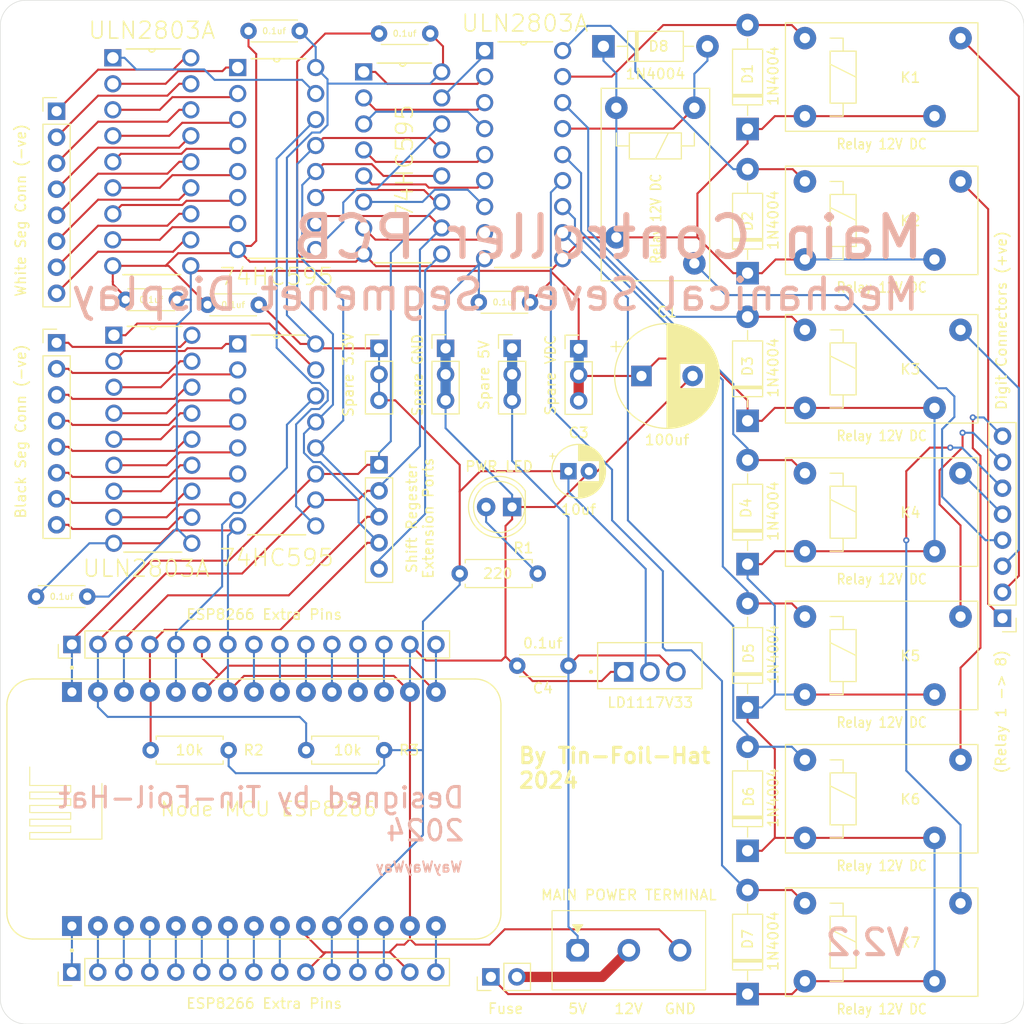
<source format=kicad_pcb>
(kicad_pcb (version 20240108) (generator "pcbnew") (generator_version "8.0")
  (title_block (title "Main Controller for Mechaincal Seven Segment Display") (date "2024-06-24") (rev "4") (company "Tin-Foil-Hat") (comment 1 "Can run up to 8 digits") (comment 2 "Can control up to 8 segment per digit (7seg + 1dp/colon)"))
  (layers (0 "F.Cu" signal) (31 "B.Cu" signal) (34 "B.Paste" user) (35 "F.Paste" user) (36 "B.SilkS" user "B.Silkscreen") (37 "F.SilkS" user "F.Silkscreen") (38 "B.Mask" user) (39 "F.Mask" user) (44 "Edge.Cuts" user))
  (net 0 "")
  (net 1 "Net-(A1B-D7)")
  (net 2 "Net-(A1B-D6)")
  (net 3 "Net-(A1B-D3)")
  (net 4 "GND")
  (net 5 "Net-(A1B-D8)")
  (net 6 "Net-(A1A-SD1)")
  (net 7 "Net-(A1B-D1)")
  (net 8 "Net-(A1B-D10)")
  (net 9 "Net-(J9-Pin_15)")
  (net 10 "Net-(A1A-RST)")
  (net 11 "Net-(A1B-D5)")
  (net 12 "Net-(A1A-VIN)")
  (net 13 "Net-(A1A-SD0)")
  (net 14 "Net-(A1A-RSV1)")
  (net 15 "Net-(A1A-SD2)")
  (net 16 "Net-(A1A-A0)")
  (net 17 "Net-(A1B-D9)")
  (net 18 "Net-(A1A-CLK)")
  (net 19 "Net-(A1A-SD3)")
  (net 20 "Net-(A1A-EN)")
  (net 21 "+3.3V")
  (net 22 "Net-(A1A-RSV2)")
  (net 23 "Net-(A1A-CMD)")
  (net 24 "Net-(A1B-D0)")
  (net 25 "Net-(A1B-D2)")
  (net 26 "Net-(A1B-D4)")
  (net 27 "VDC")
  (net 28 "+5V")
  (net 29 "Net-(D1-A)")
  (net 30 "Net-(D2-A)")
  (net 31 "Net-(D3-A)")
  (net 32 "Net-(D4-A)")
  (net 33 "Net-(D5-A)")
  (net 34 "Net-(D6-A)")
  (net 35 "Net-(D7-A)")
  (net 36 "Net-(D8-A)")
  (net 37 "Net-(D9-A)")
  (net 38 "Net-(J11-Pin_2)")
  (net 39 "Net-(J5-Pin_1)")
  (net 40 "Net-(J5-Pin_8)")
  (net 41 "Net-(J5-Pin_2)")
  (net 42 "Net-(J5-Pin_6)")
  (net 43 "Net-(J5-Pin_3)")
  (net 44 "Net-(J5-Pin_5)")
  (net 45 "Net-(J5-Pin_4)")
  (net 46 "Net-(J5-Pin_7)")
  (net 47 "Net-(J7-Pin_3)")
  (net 48 "Net-(J7-Pin_8)")
  (net 49 "Net-(J7-Pin_1)")
  (net 50 "Net-(J7-Pin_5)")
  (net 51 "Net-(J7-Pin_7)")
  (net 52 "Net-(J7-Pin_4)")
  (net 53 "Net-(J7-Pin_6)")
  (net 54 "Net-(J7-Pin_2)")
  (net 55 "C1")
  (net 56 "D1")
  (net 57 "A1")
  (net 58 "F1")
  (net 59 "G1")
  (net 60 "E1")
  (net 61 "H1")
  (net 62 "B1")
  (net 63 "Net-(J10-Pin_5)")
  (net 64 "Net-(U1-I6)")
  (net 65 "Net-(U1-I3)")
  (net 66 "Net-(U1-I1)")
  (net 67 "Net-(U1-I2)")
  (net 68 "Net-(U1-I4)")
  (net 69 "Net-(U1-I8)")
  (net 70 "Net-(U1-I5)")
  (net 71 "Net-(U1-I7)")
  (net 72 "Net-(U2-QH')")
  (net 73 "Net-(U3-I4)")
  (net 74 "Net-(U3-I6)")
  (net 75 "Net-(U3-I1)")
  (net 76 "Net-(U3-I3)")
  (net 77 "Net-(U3-I2)")
  (net 78 "Net-(U3-I7)")
  (net 79 "Net-(U3-I8)")
  (net 80 "Net-(U3-I5)")
  (net 81 "Net-(U4-QH')")
  (net 82 "Net-(U5-I8)")
  (net 83 "Net-(U5-I1)")
  (net 84 "Net-(U5-I7)")
  (net 85 "Net-(U5-I5)")
  (net 86 "Net-(U5-I2)")
  (net 87 "Net-(U5-I4)")
  (net 88 "Net-(U5-I6)")
  (net 89 "Net-(U5-I3)")
  (footprint "Resistor_THT:R_Axial_DIN0207_L6.3mm_D2.5mm_P7.62mm_Horizontal" (layer "F.Cu") (at 89.88 113.25)
    (property "Reference" "R3")
    (property "Value" "10k")
  )
  (footprint "User_Custom_Footprints:16_Pin_DIL_IC_Socket" (layer "F.Cu") (at 103.12 64.78)
    (property "Reference" "U6" (hide yes))
    (property "Value" "74HC595")
  )
  (footprint "Resistor_THT:R_Axial_DIN0207_L6.3mm_D2.5mm_P7.62mm_Horizontal" (layer "F.Cu") (at 74.69 113.25)
    (property "Reference" "R2")
    (property "Value" "10k")
  )
  (footprint "User_Custom_Footprints:Relay_SPST_Altronics_S4252B" (layer "F.Cu") (at 138.6 86.2)
    (property "Reference" "K4")
    (property "Value" "Relay 12V DC")
  )
  (footprint "User_Custom_Footprints:16_Pin_DIL_IC_Socket" (layer "F.Cu") (at 90.8144 64.3506)
    (property "Reference" "U4" (hide yes))
    (property "Value" "74HC595")
  )
  (footprint "Capacitor_THT:C_Disc_D4.3mm_W1.9mm_P5.00mm" (layer "F.Cu") (at 72.25 69.25)
    (property "Reference" "C6" (hide yes))
    (property "Value" "0.1uf" (hide yes))
  )
  (footprint "User_Custom_Footprints:3_Way_Screw_Terminal_Altronics_(P2033B)" (layer "F.Cu") (at 121.4 132.8)
    (property "Reference" "J11" (hide yes))
    (property "Value" "MAIN POWER TERMINAL")
  )
  (footprint "User_Custom_Footprints:18_Pin_DIL_IC_Socket" (layer "F.Cu") (at 78.62 63.4)
    (property "Reference" "U3" (hide yes))
    (property "Value" "ULN2803A")
  )
  (footprint "Diode_THT:D_DO-41_SOD81_P10.16mm_Horizontal" (layer "F.Cu") (at 133 81.08 90)
    (property "Reference" "D3")
    (property "Value" "1N4004" (hide yes))
  )
  (footprint "" (layer "F.Cu") (at 64.5 44.5)
    (property "Reference" "")
    (property "Value" "")
  )
  (footprint "Connector_PinHeader_2.54mm:PinHeader_1x02_P2.54mm_Vertical" (layer "F.Cu") (at 107.925 135.4 90)
    (property "Reference" "F1" (hide yes))
    (property "Value" "Fuse")
  )
  (footprint "User_Custom_Footprints:Relay_SPST_Altronics_S4252B" (layer "F.Cu") (at 138.6 57.7)
    (property "Reference" "K2")
    (property "Value" "Relay 12V DC")
  )
  (footprint "Diode_THT:D_DO-41_SOD81_P10.16mm_Horizontal" (layer "F.Cu") (at 133 95.08 90)
    (property "Reference" "D4")
    (property "Value" "1N4004" (hide yes))
  )
  (footprint "" (layer "F.Cu") (at 126 87.5)
    (property "Reference" "")
    (property "Value" "")
  )
  (footprint "LD1117V33:TO255P1020X450X1968-3" (layer "F.Cu") (at 123.45 105)
    (property "Reference" "U7" (hide yes))
    (property "Value" "LD1117V33")
  )
  (footprint "ESP8266 NodeMCU:SEEED_113990105" (layer "F.Cu") (at 84.78 119 90)
    (property "Reference" "A1" (hide yes))
    (property "Value" "Node MCU ESP8266")
  )
  (footprint "Connector_PinHeader_2.54mm:PinHeader_1x08_P2.54mm_Vertical" (layer "F.Cu") (at 157.9 100.36 180)
    (property "Reference" "J8" (hide yes))
    (property "Value" "Digit Connectors (+ve)")
  )
  (footprint "Connector_PinHeader_2.54mm:PinHeader_1x03_P2.54mm_Vertical" (layer "F.Cu") (at 97 74)
    (property "Reference" "J4" (hide yes))
    (property "Value" "Spare 3.3V")
  )
  (footprint "Capacitor_THT:CP_Radial_D5.0mm_P2.00mm" (layer "F.Cu") (at 115.5 86)
    (property "Reference" "C3")
    (property "Value" "10uf")
  )
  (footprint "Connector_PinHeader_2.54mm:PinHeader_1x15_P2.54mm_Vertical" (layer "F.Cu") (at 67 102.93 90)
    (property "Reference" "J9" (hide yes))
    (property "Value" "ESP8266 Extra Pins")
  )
  (footprint "User_Custom_Footprints:18_Pin_DIL_IC_Socket" (layer "F.Cu") (at 78.72 90.5)
    (property "Reference" "U1" (hide yes))
    (property "Value" "ULN2803A")
  )
  (footprint "Connector_PinHeader_2.54mm:PinHeader_1x05_P2.54mm_Vertical" (layer "F.Cu") (at 97 85.38)
    (property "Reference" "J10" (hide yes))
    (property "Value" "Shift Register Expantion Ports" (hide yes))
  )
  (footprint "Diode_THT:D_DO-41_SOD81_P10.16mm_Horizontal" (layer "F.Cu") (at 133 52.58 90)
    (property "Reference" "D1")
    (property "Value" "1N4004" (hide yes))
  )
  (footprint "Capacitor_THT:C_Disc_D4.3mm_W1.9mm_P5.00mm" (layer "F.Cu") (at 106.75 69.5)
    (property "Reference" "C7" (hide yes))
    (property "Value" "0.1uf" (hide yes))
  )
  (footprint "Diode_THT:D_DO-41_SOD81_P10.16mm_Horizontal" (layer "F.Cu") (at 133 66.66 90)
    (property "Reference" "D2")
    (property "Value" "1N4004" (hide yes))
  )
  (footprint "Capacitor_THT:C_Disc_D4.3mm_W1.9mm_P5.00mm" (layer "F.Cu") (at 84.25 43)
    (property "Reference" "C8" (hide yes))
    (property "Value" "0.1uf" (hide yes))
  )
  (footprint "Capacitor_THT:C_Disc_D4.3mm_W1.9mm_P5.00mm" (layer "F.Cu") (at 97 43.25)
    (property "Reference" "C9" (hide yes))
    (property "Value" "0.1uf" (hide yes))
  )
  (footprint "User_Custom_Footprints:Relay_SPST_Altronics_S4252B" (layer "F.Cu") (at 127.8 50.5 -90)
    (property "Reference" "K8" (hide yes))
    (property "Value" "Relay 12V DC")
  )
  (footprint "Resistor_THT:R_Axial_DIN0207_L6.3mm_D2.5mm_P7.62mm_Horizontal" (layer "F.Cu") (at 112.5 96 180)
    (property "Reference" "R1")
    (property "Value" "220")
  )
  (footprint "User_Custom_Footprints:Relay_SPST_Altronics_S4252B" (layer "F.Cu") (at 138.6 100.2)
    (property "Reference" "K5")
    (property "Value" "Relay 12V DC")
  )
  (footprint "Connector_PinHeader_2.54mm:PinHeader_1x08_P2.54mm_Vertical" (layer "F.Cu") (at 65.5 50.84)
    (property "Reference" "J7" (hide yes))
    (property "Value" "White Seg Conn (-ve)")
  )
  (footprint "Connector_PinHeader_2.54mm:PinHeader_1x03_P2.54mm_Vertical" (layer "F.Cu") (at 103.5 74)
    (property "Reference" "J1" (hide yes))
    (property "Value" "Spare GND")
  )
  (footprint "Capacitor_THT:C_Disc_D4.3mm_W1.9mm_P5.00mm" (layer "F.Cu") (at 63.5 98.25)
    (property "Reference" "C5" (hide yes))
    (property "Value" "0.1uf")
  )
  (footprint "Capacitor_THT:C_Disc_D4.3mm_W1.9mm_P5.00mm" (layer "F.Cu") (at 115.5 105 180)
    (property "Reference" "C4")
    (property "Value" "0.1uf")
  )
  (footprint "Connector_PinHeader_2.54mm:PinHeader_1x08_P2.54mm_Vertical" (layer "F.Cu") (at 65.5044 73.4606)
    (property "Reference" "J5" (hide yes))
    (property "Value" "Black Seg Conn (-ve)")
  )
  (footprint "" (layer "F.Cu") (at 127 120)
    (property "Reference" "")
    (property "Value" "")
  )
  (footprint "Connector_PinHeader_2.54mm:PinHeader_1x15_P2.54mm_Vertical" (layer "F.Cu") (at 66.99 134.93 90)
    (property "Reference" "J6" (hide yes))
    (property "Value" "ESP8266 Extra Pins")
  )
  (footprint "Diode_THT:D_DO-41_SOD81_P10.16mm_Horizontal" (layer "F.Cu") (at 133 137.08 90)
    (property "Reference" "D7")
    (property "Value" "1N4004" (hide yes))
  )
  (footprint "Diode_THT:D_DO-41_SOD81_P10.16mm_Horizontal" (layer "F.Cu") (at 133 109.08 90)
    (property "Reference" "D5")
    (property "Value" "1N4004" (hide yes))
  )
  (footprint "Diode_THT:D_DO-41_SOD81_P10.16mm_Horizontal" (layer "F.Cu") (at 133 123.08 90)
    (property "Reference" "D6")
    (property "Value" "1N4004" (hide yes))
  )
  (footprint "Connector_PinHeader_2.54mm:PinHeader_1x03_P2.54mm_Vertical" (layer "F.Cu") (at 116.5 74.04)
    (property "Reference" "J2" (hide yes))
    (property "Value" "Spare VDC")
  )
  (footprint "Capacitor_THT:C_Disc_D4.3mm_W1.9mm_P5.00mm" (layer "F.Cu") (at 80.25 69.75)
    (property "Reference" "C2" (hide yes))
    (property "Value" "0.1uf")
  )
  (footprint "LED_THT:LED_D5.0mm" (layer "F.Cu") (at 110 89.5 180)
    (property "Reference" "D9" (hide yes))
    (property "Value" "PWR_LED")
  )
  (footprint "Diode_THT:D_DO-41_SOD81_P10.16mm_Horizontal" (layer "F.Cu") (at 118.92 44.5)
    (property "Reference" "D8")
    (property "Value" "1N4004")
  )
  (footprint "" (layer "F.Cu") (at 73 125)
    (property "Reference" "")
    (property "Value" "")
  )
  (footprint "User_Custom_Footprints:Relay_SPST_Altronics_S4252B" (layer "F.Cu") (at 138.6 43.7)
    (property "Reference" "K1")
    (property "Value" "Relay 12V DC")
  )
  (footprint "User_Custom_Footprints:Relay_SPST_Altronics_S4252B" (layer "F.Cu") (at 138.6 72.2)
    (property "Reference" "K3")
    (property "Value" "Relay 12V DC")
  )
  (footprint "Capacitor_THT:CP_Radial_D10.0mm_P5.00mm" (layer "F.Cu") (at 122.6323 76.7)
    (property "Reference" "C1")
    (property "Value" "100uf")
  )
  (footprint "Connector_PinHeader_2.54mm:PinHeader_1x03_P2.54mm_Vertical" (layer "F.Cu") (at 110 74)
    (property "Reference" "J3" (hide yes))
    (property "Value" "Spare 5V")
  )
  (footprint "User_Custom_Footprints:18_Pin_DIL_IC_Socket" (layer "F.Cu") (at 114.9344 62.7)
    (property "Reference" "U5" (hide yes))
    (property "Value" "ULN2803A")
  )
  (footprint "User_Custom_Footprints:16_Pin_DIL_IC_Socket" (layer "F.Cu") (at 90.8144 91.3506)
    (property "Reference" "U2" (hide yes))
    (property "Value" "74HC595")
  )
  (footprint "User_Custom_Footprints:Relay_SPST_Altronics_S4252B" (layer "F.Cu") (at 138.6 114.2)
    (property "Reference" "K6")
    (property "Value" "Relay 12V DC")
  )
  (footprint "User_Custom_Footprints:Relay_SPST_Altronics_S4252B" (layer "F.Cu") (at 138.6 128.2)
    (property "Reference" "K7")
    (property "Value" "Relay 12V DC")
  )
  (gr_arc (start 160 137.5) (mid 159.267767 139.267767) (end 157.5 140) (stroke (width 0.05)) (layer "Edge.Cuts"))
  (gr_line (start 62.5 40) (end 157.5 40) (stroke (width 0.05)) (layer "Edge.Cuts"))
  (gr_line (start 160 42.5) (end 160 137.5) (stroke (width 0.05)) (layer "Edge.Cuts"))
  (gr_arc (start 62.5 140) (mid 60.732233 139.267767) (end 60 137.5) (stroke (width 0.05)) (layer "Edge.Cuts"))
  (gr_line (start 60 137.5) (end 60 42.5) (stroke (width 0.05)) (layer "Edge.Cuts"))
  (gr_line (start 157.5 140) (end 62.5 140) (stroke (width 0.05)) (layer "Edge.Cuts"))
  (gr_arc (start 157.5 40) (mid 159.267767 40.732233) (end 160 42.5) (stroke (width 0.05)) (layer "Edge.Cuts"))
  (gr_arc (start 60 42.5) (mid 60.732233 40.732233) (end 62.5 40) (stroke (width 0.05)) (layer "Edge.Cuts"))
  (gr_text "WayWayWay" (at 105.25 125.25 -0) (layer "B.SilkS") (effects (font (size 1 1) (thickness 0.2) (bold yes)) (justify left bottom mirror)))
  (gr_text "Main Controller PCB" (at 150.5 65.5 0) (layer "B.SilkS") (effects (font (size 4 4) (thickness 0.6)) (justify left bottom mirror)))
  (gr_text "Mechanical Seven Segmenet Display" (at 150 70.5 0) (layer "B.SilkS") (effects (font (size 3 3) (thickness 0.45)) (justify left bottom mirror)))
  (gr_text "Designed by Tin-Foil-Hat\n2024" (at 105.5 119.5 0) (layer "B.SilkS") (effects (font (size 2 2) (thickness 0.3) (bold yes)) (justify left mirror)))
  (gr_text "V2.2" (at 149 133.5 0) (layer "B.SilkS") (effects (font (size 2.5 2.5) (thickness 0.4)) (justify left bottom mirror)))
  (gr_text "1N4004" (at 135.5 47.4 90) (layer "F.SilkS") (effects (font (size 1 1))))
  (gr_text "12V" (at 119.9 139.1 0) (layer "F.SilkS") (effects (font (size 1 1)) (justify left bottom)))
  (gr_text "1N4004" (at 135.5 61.48 90) (layer "F.SilkS") (effects (font (size 1 1))))
  (gr_text "0.1uf" (at 86.75 43 0) (layer "F.SilkS") (effects (font (size 0.6 0.6) (thickness 0.1))))
  (gr_text "1N4004" (at 135.5 117.9 90) (layer "F.SilkS") (effects (font (size 1 1))))
  (gr_text "Shift Regester\nExtension Ports" (at 101 90.6 90) (layer "F.SilkS") (effects (font (size 1 1))))
  (gr_text "(Relay 1 -> 8)" (at 157.75 109.5 90) (layer "F.SilkS") (effects (font (size 1 1))))
  (gr_text "1N4004" (at 135.5 131.9 90) (layer "F.SilkS") (effects (font (size 1 1))))
  (gr_text "0.1uf" (at 109.25 69.5 0) (layer "F.SilkS") (effects (font (size 0.6 0.6) (thickness 0.1))))
  (gr_text "1N4004" (at 135.5 103.9 90) (layer "F.SilkS") (effects (font (size 1 1))))
  (gr_text "GND" (at 124.8 139.1 0) (layer "F.SilkS") (effects (font (size 1 1)) (justify left bottom)))
  (gr_text "By Tin-Foil-Hat\n2024" (at 110.5 115 0) (layer "F.SilkS") (effects (font (size 1.5 1.5) (thickness 0.3) (bold yes)) (justify left)))
  (gr_text "1N4004" (at 135.5 89.9 90) (layer "F.SilkS") (effects (font (size 1 1))))
  (gr_text "5V" (at 115.4 139.1 0) (layer "F.SilkS") (effects (font (size 1 1)) (justify left bottom)))
  (gr_text "0.1uf" (at 99.5 43.25 0) (layer "F.SilkS") (effects (font (size 0.6 0.6) (thickness 0.1))))
  (gr_text "0.1uf" (at 74.75 69.25 0) (layer "F.SilkS") (effects (font (size 0.6 0.6) (thickness 0.1))))
  (gr_text "1N4004" (at 135.5 75.9 90) (layer "F.SilkS") (effects (font (size 1 1))))
  (segment (start 89.86 107.57) (end 89.86 102.93) (width 0.2) (layer "B.Cu") (net 1))
  (segment (start 87.32 107.57) (end 87.32 102.93) (width 0.2) (layer "B.Cu") (net 2))
  (segment (start 74.62 107.57) (end 74.62 102.93) (width 0.2) (layer "F.Cu") (net 3))
  (segment (start 76.05 101.5) (end 74.62 102.93) (width 0.2) (layer "F.Cu") (net 3))
  (segment (start 87.3483 101.5) (end 76.05 101.5) (width 0.2) (layer "F.Cu") (net 3))
  (segment (start 95.8483 93) (end 87.3483 101.5) (width 0.2) (layer "F.Cu") (net 3))
  (segment (start 97 93) (end 95.8483 93) (width 0.2) (layer "F.Cu") (net 3))
  (segment (start 74.69 113.25) (end 74.69 107.64) (width 0.2) (layer "F.Cu") (net 3))
  (segment (start 90.8144 54.1906) (end 91.5499 53.4551) (width 0.2) (layer "F.Cu") (net 3))
  (segment (start 91.5499 53.4551) (end 101.9551 53.4551) (width 0.2) (layer "F.Cu") (net 3))
  (segment (start 101.9551 53.4551) (end 103.12 54.62) (width 0.2) (layer "F.Cu") (net 3))
  (segment (start 90.8144 81.1906) (end 92.5 79.505) (width 0.2) (layer "B.Cu") (net 3))
  (segment (start 95 91) (end 95 88.8441) (width 0.2) (layer "B.Cu") (net 3))
  (segment (start 92.5 79.505) (end 92.5 72.6172) (width 0.2) (layer "B.Cu") (net 3))
  (segment (start 89.6651 82.3399) (end 90.8144 81.1906) (width 0.2) (layer "B.Cu") (net 3))
  (segment (start 91.2654 85.1095) (end 90.5645 85.1095) (width 0.2) (layer "B.Cu") (net 3))
  (segment (start 95 88.8441) (end 91.2654 85.1095) (width 0.2) (layer "B.Cu") (net 3))
  (segment (start 89 69.1172) (end 89 56.005) (width 0.2) (layer "B.Cu") (net 3))
  (segment (start 92.5 72.6172) (end 89 69.1172) (width 0.2) (layer "B.Cu") (net 3))
  (segment (start 89.6651 84.2101) (end 89.6651 82.3399) (width 0.2) (layer "B.Cu") (net 3))
  (segment (start 90.5645 85.1095) (end 89.6651 84.2101) (width 0.2) (layer "B.Cu") (net 3))
  (segment (start 97 93) (end 95 91) (width 0.2) (layer "B.Cu") (net 3))
  (segment (start 89 56.005) (end 90.8144 54.1906) (width 0.2) (layer "B.Cu") (net 3))
  (segment (start 83.81 106) (end 98.45 106) (width 0.2) (layer "F.Cu") (net 4))
  (segment (start 124.35 130.75) (end 109.2787 130.75) (width 0.2) (layer "F.Cu") (net 4))
  (segment (start 110 89.5) (end 110 90.7017) (width 0.2) (layer "F.Cu") (net 4))
  (segment (start 96.6952 65.9752) (end 95.5 64.78) (width 0.2) (layer "F.Cu") (net 4))
  (segment (start 106.5716 65.9752) (end 96.6952 65.9752) (width 0.2) (layer "F.Cu") (net 4))
  (segment (start 89.85 134.93) (end 91.78 133) (width 0.2) (layer "F.Cu") (net 4))
  (segment (start 119.6433 105.605) (end 120.9 105.605) (width 0.2) (layer "F.Cu") (net 4))
  (segment (start 71 67.75) (end 71 67.5) (width 0.2) (layer "F.Cu") (net 4))
  (segment (start 70.9912 67.4912) (end 70.9912 65.9412) (width 0.2) (layer "F.Cu") (net 4))
  (segment (start 89 64.75) (end 89.25 65) (width 0.2) (layer "F.Cu") (net 4))
  (segment (start 85 63.5) (end 84.5 64) (width 0.2) (layer "F.Cu") (net 4))
  (segment (start 91.78 133) (end 98.08 133) (width 0.2) (layer "F.Cu") (net 4))
  (segment (start 84.5 64) (end 83.545 64) (width 0.2) (layer "F.Cu") (net 4))
  (segment (start 91.5 133) (end 91.78 133) (width 0.2) (layer "F.Cu") (net 4))
  (segment (start 89.25 65.0407) (end 89.75 65.5407) (width 0.2) (layer "F.Cu") (net 4))
  (segment (start 89.25 65) (end 89.25 65.0407) (width 0.2) (layer "F.Cu") (net 4))
  (segment (start 100.5733 132.25) (end 100.02 131.6967) (width 0.2) (layer "F.Cu") (net 4))
  (segment (start 98.75 132.25) (end 98.08 132.92) (width 0.2) (layer "F.Cu") (net 4))
  (segment (start 127.6323 76.7) (end 118.3323 86) (width 0.2) (layer "F.Cu") (net 4))
  (segment (start 77.3759 64.7072) (end 76.1419 65.9412) (width 0.2) (layer "F.Cu") (net 4))
  (segment (start 110.5 105) (end 112 106.5) (width 0.2) (layer "F.Cu") (net 4))
  (segment (start 80.25 69.75) (end 76.4412 65.9412) (width 0.2) (layer "F.Cu") (net 4))
  (segment (start 108.9531 104.5) (end 101.59 104.5) (width 0.2) (layer "F.Cu") (net 4))
  (segment (start 99.4667 132.25) (end 98.75 132.25) (width 0.2) (layer "F.Cu") (net 4))
  (segment (start 118.7483 106.5) (end 119.6433 105.605) (width 0.2) (layer "F.Cu") (net 4))
  (segment (start 76.1419 65.9412) (end 70.9912 65.9412) (width 0.2) (layer "F.Cu") (net 4))
  (segment (start 85 45.25) (end 85 63.5) (width 0.2) (layer "F.Cu") (net 4))
  (segment (start 100.02 107.57) (end 100.02 130.43) (width 0.2) (layer "F.Cu") (net 4))
  (segment (start 91.75 43.25) (end 89 46) (width 0.2) (layer "F.Cu") (net 4))
  (segment (start 101.59 104.5) (end 100.02 102.93) (width 0.2) (layer "F.Cu") (net 4))
  (segment (start 84.25 43) (end 84.25 44.5) (width 0.2) (layer "F.Cu") (net 4))
  (segment (start 110 89.5) (end 114.1295 89.5) (width 0.2) (layer "F.Cu") (net 4))
  (segment (start 82.8378 64.7072) (end 77.3759 64.7072) (width 0.2) (layer "F.Cu") (net 4))
  (segment (start 89.86 130.43) (end 89.86 131.36) (width 0.2) (layer "F.Cu") (net 4))
  (segment (start 82.24 107.57) (end 83.81 106) (width 0.2) (layer "F.Cu") (net 4))
  (segment (start 100.02 130.43) (end 100.02 131.6967) (width 0.2) (layer "F.Cu") (net 4))
  (segment (start 107.7787 132.25) (end 100.5733 132.25) (width 0.2) (layer "F.Cu") (net 4))
  (segment (start 84.3845 65.5407) (end 89.75 65.5407) (width 0.2) (layer "F.Cu") (net 4))
  (segment (start 126.4 132.8) (end 124.35 130.75) (width 0.2) (layer "F.Cu") (net 4))
  (segment (start 97 43.25) (end 91.75 43.25) (width 0.2) (layer "F.Cu") (net 4))
  (segment (start 82.7583 91.7867) (end 76.9285 91.7867) (width 0.2) (layer "F.Cu") (net 4))
  (segment (start 112 106.5) (end 118.7483 106.5) (width 0.2) (layer "F.Cu") (net 4))
  (segment (start 76.4412 65.9412) (end 76.1419 65.9412) (width 0.2) (layer "F.Cu") (net 4))
  (segment (start 89.86 131.36) (end 91.5 133) (width 0.2) (layer "F.Cu") (net 4))
  (segment (start 75.674 93.0412) (end 71.0912 93.0412) (width 0.2) (layer "F.Cu") (net 4))
  (segment (start 100.02 131.6967) (end 99.4667 132.25) (width 0.2) (layer "F.Cu") (net 4))
  (segment (start 109.3539 91.3478) (end 110 90.7017) (width 0.2) (layer "F.Cu") (net 4))
  (segment (start 118.3323 86) (end 117.5 86) (width 0.2) (layer "F.Cu") (net 4))
  (segment (start 72.5 69.25) (end 71 67.75) (width 0.2) (layer "F.Cu") (net 4))
  (segment (start 98.45 106) (end 100.02 107.57) (width 0.2) (layer "F.Cu") (net 4))
  (segment (start 84.25 44.5) (end 85 45.25) (width 0.2) (layer "F.Cu") (net 4))
  (segment (start 98.08 132.92) (end 98.08 133) (width 0.2) (layer "F.Cu") (net 4))
  (segment (start 89 46) (end 89 64.75) (width 0.2) (layer "F.Cu") (net 4))
  (segment (start 89.75 65.5407) (end 94.7393 65.5407) (width 0.2) (layer "F.Cu") (net 4))
  (segment (start 98.08 133) (end 100.01 134.93) (width 0.2) (layer "F.Cu") (net 4))
  (segment (start 109.3539 104.0992) (end 108.9531 104.5) (width 0.2) (layer "F.Cu") (net 4))
  (segment (start 109.2787 130.75) (end 107.7787 132.25) (width 0.2) (layer "F.Cu") (net 4))
  (segment (start 114.1295 89.5) (end 117.5 86.1295) (width 0.2) (layer "F.Cu") (net 4))
  (segment (start 71 67.5) (end 70.9912 67.4912) (width 0.2) (layer "F.Cu") (net 4))
  (segment (start 76.9285 91.7867) (end 75.674 93.0412) (width 0.2) (layer "F.Cu") (net 4))
  (segment (start 107.3056 65.2412) (end 106.5716 65.9752) (width 0.2) (layer "F.Cu") (net 4))
  (segment (start 109.3539 104.0992) (end 109.3539 91.3478) (width 0.2) (layer "F.Cu") (net 4))
  (segment (start 94.7393 65.5407) (end 95.5 64.78) (width 0.2) (layer "F.Cu") (net 4))
  (segment (start 110.2547 105) (end 109.3539 104.0992) (width 0.2) (layer "F.Cu") (net 4))
  (segment (start 83.1944 64.3506) (end 84.3845 65.5407) (width 0.2) (layer "F.Cu") (net 4))
  (segment (start 103.5 76.54) (end 103.5 79.08) (width 1) (layer "B.Cu") (net 4))
  (segment (start 103.5 79.08) (end 103.5 81.7983) (width 0.2) (layer "B.Cu") (net 4))
  (segment (start 71.0912 93.0412) (end 68.7088 93.0412) (width 0.2) (layer "B.Cu") (net 4))
  (segment (start 110 89.5) (end 110 88.2983) (width 0.2) (layer "B.Cu") (net 4))
  (segment (start 106.75 69.5) (end 106.75 65.7968) (width 0.2) (layer "B.Cu") (net 4))
  (segment (start 103.5 74) (end 103.5 69.0468) (width 0.2) (layer "B.Cu") (net 4))
  (segment (start 100.02 107.57) (end 100.02 102.93) (width 0.2) (layer "B.Cu") (net 4))
  (segment (start 82.24 92.305) (end 83.1944 91.3506) (width 0.2) (layer "B.Cu") (net 4))
  (segment (start 103.5 76.54) (end 103.5 74) (width 1) (layer "B.Cu") (net 4))
  (segment (start 82.24 107.57) (end 82.24 102.93) (width 0.2) (layer "B.Cu") (net 4))
  (segment (start 103.5 81.7983) (end 110 88.2983) (width 0.2) (layer "B.Cu") (net 4))
  (segment (start 103.5 69.0468) (end 107.3056 65.2412) (width 0.2) (layer "B.Cu") (net 4))
  (segment (start 82.24 102.93) (end 82.24 92.305) (width 0.2) (layer "B.Cu") (net 4))
  (segment (start 106.75 65.7968) (end 107.3056 65.2412) (width 0.2) (layer "B.Cu") (net 4))
  (segment (start 68.7088 93.0412) (end 63.5 98.25) (width 0.2) (layer "B.Cu") (net 4))
  (segment (start 92.4 107.57) (end 92.4 102.93) (width 0.2) (layer "B.Cu") (net 5))
  (segment (start 79.69 130.44) (end 79.69 134.93) (width 0.2) (layer "B.Cu") (net 6))
  (segment (start 91.5499 61.0751) (end 90.8144 61.8106) (width 0.2) (layer "F.Cu") (net 7))
  (segment (start 94.9577 88.8106) (end 95.8483 87.92) (width 0.2) (layer "F.Cu") (net 7))
  (segment (start 103.12 62.24) (end 101.9551 61.0751) (width 0.2) (layer "F.Cu") (net 7))
  (segment (start 97 87.92) (end 95.8483 87.92) (width 0.2) (layer "F.Cu") (net 7))
  (segment (start 76.1669 96) (end 83.625 96) (width 0.2) (layer "F.Cu") (net 7))
  (segment (start 69.54 102.6269) (end 76.1669 96) (width 0.2) (layer "F.Cu") (net 7))
  (segment (start 101.9551 61.0751) (end 91.5499 61.0751) (width 0.2) (layer "F.Cu") (net 7))
  (segment (start 90.8144 88.8106) (end 94.9577 88.8106) (width 0.2) (layer "F.Cu") (net 7))
  (segment (start 83.625 96) (end 90.8144 88.8106) (width 0.2) (layer "F.Cu") (net 7))
  (segment (start 69.54 109.04) (end 69.54 107.57) (width 0.2) (layer "B.Cu") (net 7))
  (segment (start 100.9948 83.5653) (end 97 87.5601) (width 0.2) (layer "B.Cu") (net 7))
  (segment (start 100.9948 64.3652) (end 100.9948 83.5653) (width 0.2) (layer "B.Cu") (net 7))
  (segment (start 69.54 107.57) (end 69.54 102.93) (width 0.2) (layer "B.Cu") (net 7))
  (segment (start 70.5 110) (end 69.54 109.04) (width 0.2) (layer "B.Cu") (net 7))
  (segment (start 103.12 62.24) (end 100.9948 64.3652) (width 0.2) (layer "B.Cu") (net 7))
  (segment (start 89.88 110.63) (end 89.25 110) (width 0.2) (layer "B.Cu") (net 7))
  (segment (start 89.25 110) (end 70.5 110) (width 0.2) (layer "B.Cu") (net 7))
  (segment (start 89.88 113.25) (end 89.88 110.63) (width 0.2) (layer "B.Cu") (net 7))
  (segment (start 97.48 107.57) (end 97.48 102.93) (width 0.2) (layer "B.Cu") (net 8))
  (segment (start 79.7 107.57) (end 81.3684 105.9016) (width 0.2) (layer "F.Cu") (net 9))
  (segment (start 82.27 105) (end 99.99 105) (width 0.2) (layer "F.Cu") (net 9))
  (segment (start 81.3684 105.9016) (end 79.7 104.2332) (width 0.2) (layer "F.Cu") (net 9))
  (segment (start 81.3684 105.9016) (end 82.27 105) (width 0.2) (layer "F.Cu") (net 9))
  (segment (start 99.99 105) (end 102.56 107.57) (width 0.2) (layer "F.Cu") (net 9))
  (segment (start 79.7 104.2332) (end 79.7 102.93) (width 0.2) (layer "F.Cu") (net 9))
  (segment (start 102.56 107.57) (end 102.56 102.93) (width 0.2) (layer "B.Cu") (net 9))
  (segment (start 97.47 130.44) (end 97.47 134.93) (width 0.2) (layer "B.Cu") (net 10))
  (segment (start 84.78 107.57) (end 84.78 102.93) (width 0.2) (layer "B.Cu") (net 11))
  (segment (start 102.56 133.7683) (end 102.55 133.7783) (width 0.2) (layer "B.Cu") (net 12))
  (segment (start 102.56 130.43) (end 102.56 133.7683) (width 0.2) (layer "B.Cu") (net 12))
  (segment (start 102.55 134.93) (end 102.55 133.7783) (width 0.2) (layer "B.Cu") (net 12))
  (segment (start 84.77 130.44) (end 84.77 134.93) (width 0.2) (layer "B.Cu") (net 13))
  (segment (start 69.54 130.43) (end 69.54 133.7683) (width 0.2) (layer "B.Cu") (net 14))
  (segment (start 69.54 133.7683) (end 69.53 133.7783) (width 0.2) (layer "B.Cu") (net 14))
  (segment (start 69.53 134.93) (end 69.53 133.7783) (width 0.2) (layer "B.Cu") (net 14))
  (segment (start 77.15 130.44) (end 77.15 134.93) (width 0.2) (layer "B.Cu") (net 15))
  (segment (start 67 133.7683) (end 66.99 133.7783) (width 0.2) (layer "B.Cu") (net 16))
  (segment (start 66.99 134.93) (end 66.99 133.7783) (width 0.2) (layer "B.Cu") (net 16))
  (segment (start 67 130.43) (end 67 133.7683) (width 0.2) (layer "B.Cu") (net 16))
  (segment (start 94.94 107.57) (end 94.94 102.93) (width 0.2) (layer "B.Cu") (net 17))
  (segment (start 87.31 130.44) (end 87.31 134.93) (width 0.2) (layer "B.Cu") (net 18))
  (segment (start 74.61 130.44) (end 74.61 134.93) (width 0.2) (layer "B.Cu") (net 19))
  (segment (start 94.93 130.44) (end 94.93 134.93) (width 0.2) (layer "B.Cu") (net 20))
  (segment (start 115.5 86) (end 106.88 86) (width 0.2) (layer "F.Cu") (net 21))
  (segment (start 97 74) (end 91.2438 74) (width 0.2) (layer "F.Cu") (net 21))
  (segment (start 106.88 86) (end 104.88 88) (width 0.2) (layer "F.Cu") (net 21))
  (segment (start 97 79.08) (end 98.58 79.08) (width 0.2) (layer "F.Cu") (net 21))
  (segment (start 103.25 44.5) (end 103.25 46.87) (width 0.2) (layer "F.Cu") (net 21))
  (segment (start 104.88 88) (end 104.88 96) (width 0.2) (layer "F.Cu") (net 21))
  (segment (start 104.88 85.38) (end 104.88 88) (width 0.2) (layer "F.Cu") (net 21))
  (segment (start 98.58 79.08) (end 104.88 85.38) (width 0.2) (layer "F.Cu") (net 21))
  (segment (start 89.3206 73.5706) (end 90.8144 73.5706) (width 0.2) (layer "F.Cu") (net 21))
  (segment (start 85.5 69.75) (end 89.3206 73.5706) (width 0.2) (layer "F.Cu") (net 21))
  (segment (start 102 43.25) (end 103.25 44.5) (width 0.2) (layer "F.Cu") (net 21))
  (segment (start 97.5 114.75) (end 97.5 113.25) (width 0.2) (layer "B.Cu") (net 21))
  (segment (start 104.88 96) (end 104.88 97.1017) (width 0.2) (layer "B.Cu") (net 21))
  (segment (start 91.9698 52.182) (end 91.2312 52.9206) (width 0.2) (layer "B.Cu") (net 21))
  (segment (start 101.29 100.6917) (end 104.88 97.1017) (width 0.2) (layer "B.Cu") (net 21))
  (segment (start 97.5 113.25) (end 101.29 113.25) (width 0.2) (layer "B.Cu") (net 21))
  (segment (start 83 115.5) (end 96.75 115.5) (width 0.2) (layer "B.Cu") (net 21))
  (segment (start 82.31 113.25) (end 82.31 114.81) (width 0.2) (layer "B.Cu") (net 21))
  (segment (start 91.2312 52.9206) (end 90.4545 52.9206) (width 0.2) (layer "B.Cu") (net 21))
  (segment (start 101.29 121.54) (end 101.29 100.6917) (width 0.2) (layer "B.Cu") (net 21))
  (segment (start 89.25 43) (end 90.8144 44.5644) (width 0.2) (layer "B.Cu") (net 21))
  (segment (start 92.39 134.93) (end 92.39 130.44) (width 0.2) (layer "B.Cu") (net 21))
  (segment (start 96.75 115.5) (end 97.5 114.75) (width 0.2) (layer "B.Cu") (net 21))
  (segment (start 97 76.54) (end 97 79.08) (width 0.2) (layer "B.Cu") (net 21))
  (segment (start 115.5 88) (end 123.0484 95.5484) (width 0.2) (layer "B.Cu") (net 21))
  (segment (start 88 70.7562) (end 90.8144 73.5706) (width 0.2) (layer "B.Cu") (net 21))
  (segment (start 91.9698 48.1425) (end 91.9698 47.726) (width 0.2) (layer "B.Cu") (net 21))
  (segment (start 91.9698 47.726) (end 90.8144 46.5706) (width 0.2) (layer "B.Cu") (net 21))
  (segment (start 88 55.3751) (end 88 70.7562) (width 0.2) (layer "B.Cu") (net 21))
  (segment (start 97 74) (end 97 76.54) (width 0.2) (layer "B.Cu") (net 21))
  (segment (start 90.8144 44.5644) (end 90.8144 46.5706) (width 0.2) (layer "B.Cu") (net 21))
  (segment (start 123.0484 95.5484) (end 123.0484 105.2034) (width 0.2) (layer "B.Cu") (net 21))
  (segment (start 90.4545 52.9206) (end 88 55.3751) (width 0.2) (layer "B.Cu") (net 21))
  (segment (start 82.31 114.81) (end 83 115.5) (width 0.2) (layer "B.Cu") (net 21))
  (segment (start 91.9698 48.1425) (end 91.9698 52.182) (width 0.2) (layer "B.Cu") (net 21))
  (segment (start 91.9698 48.1425) (end 101.9775 48.1425) (width 0.2) (layer "B.Cu") (net 21))
  (segment (start 115.5 86) (end 115.5 88) (width 0.2) (layer "B.Cu") (net 21))
  (segment (start 101.9775 48.1425) (end 103.12 47) (width 0.2) (layer "B.Cu") (net 21))
  (segment (start 92.4 130.43) (end 101.29 121.54) (width 0.2) (layer "B.Cu") (net 21))
  (segment (start 72.07 130.44) (end 72.07 134.93) (width 0.2) (layer "B.Cu") (net 22))
  (segment (start 82.23 130.44) (end 82.23 134.93) (width 0.2) (layer "B.Cu") (net 23))
  (segment (start 90.8144 59.2706) (end 91.5499 58.5351) (width 0.2) (layer "F.Cu") (net 24))
  (segment (start 101.3871 58.5351) (end 102.552 59.7) (width 0.2) (layer "F.Cu") (net 24))
  (segment (start 82.3416 94.7434) (end 74.7566 94.7434) (width 0.2) (layer "F.Cu") (net 24))
  (segment (start 90.8144 86.2706) (end 94.9577 86.2706) (width 0.2) (layer "F.Cu") (net 24))
  (segment (start 94.9577 86.2706) (end 95.8483 85.38) (width 0.2) (layer "F.Cu") (net 24))
  (segment (start 90.8144 86.2706) (end 82.3416 94.7434) (width 0.2) (layer "F.Cu") (net 24))
  (segment (start 91.5499 58.5351) (end 101.3871 58.5351) (width 0.2) (layer "F.Cu") (net 24))
  (segment (start 74.7566 94.7434) (end 67 102.5) (width 0.2) (layer "F.Cu") (net 24))
  (segment (start 97 85.38) (end 95.8483 85.38) (width 0.2) (layer "F.Cu") (net 24))
  (segment (start 98.1517 83.0766) (end 97 84.2283) (width 0.2) (layer "B.Cu") (net 24))
  (segment (start 98.1517 64.6683) (end 98.1517 83.0766) (width 0.2) (layer "B.Cu") (net 24))
  (segment (start 97 85.38) (end 97 84.2283) (width 0.2) (layer "B.Cu") (net 24))
  (segment (start 67 107.57) (end 67 102.93) (width 0.2) (layer "B.Cu") (net 24))
  (segment (start 103.12 59.7) (end 98.1517 64.6683) (width 0.2) (layer "B.Cu") (net 24))
  (segment (start 90.8144 56.7306) (end 91.5371 56.0079) (width 0.2) (layer "F.Cu") (net 25))
  (segment (start 91.5371 56.0079) (end 96.2848 56.0079) (width 0.2) (layer "F.Cu") (net 25))
  (segment (start 95.8483 90.46) (end 97 90.46) (width 0.2) (layer "F.Cu") (net 25))
  (segment (start 88.1802 98.1281) (end 95.8483 90.46) (width 0.2) (layer "F.Cu") (net 25))
  (segment (start 72.08 102.42) (end 76.3719 98.1281) (width 0.2) (layer "F.Cu") (net 25))
  (segment (start 96.2848 56.0079) (end 97.4369 57.16) (width 0.2) (layer "F.Cu") (net 25))
  (segment (start 97.4369 57.16) (end 103.12 57.16) (width 0.2) (layer "F.Cu") (net 25))
  (segment (start 76.3719 98.1281) (end 88.1802 98.1281) (width 0.2) (layer "F.Cu") (net 25))
  (segment (start 90.8144 83.7306) (end 93.5 81.045) (width 0.2) (layer "B.Cu") (net 25))
  (segment (start 72.08 107.57) (end 72.08 102.93) (width 0.2) (layer "B.Cu") (net 25))
  (segment (start 93.5 81.045) (end 93.5 69.311) (width 0.2) (layer "B.Cu") (net 25))
  (segment (start 89.5 65.311) (end 89.5 58.045) (width 0.2) (layer "B.Cu") (net 25))
  (segment (start 97 89.9162) (end 90.8144 83.7306) (width 0.2) (layer "B.Cu") (net 25))
  (segment (start 93.5 69.311) (end 89.5 65.311) (width 0.2) (layer "B.Cu") (net 25))
  (segment (start 89.5 58.045) (end 90.8144 56.7306) (width 0.2) (layer "B.Cu") (net 25))
  (segment (start 82.8143 90.0806) (end 81.6718 91.2231) (width 0.2) (layer "B.Cu") (net 26))
  (segment (start 81.6718 97.2665) (end 77.16 101.7783) (width 0.2) (layer "B.Cu") (net 26))
  (segment (start 81.6718 91.2231) (end 81.6718 97.2665) (width 0.2) (layer "B.Cu") (net 26))
  (segment (start 88 85.6541) (end 83.5735 90.0806) (width 0.2) (layer "B.Cu") (net 26))
  (segment (start 77.16 101.7783) (end 77.16 102.93) (width 0.2) (layer "B.Cu") (net 26))
  (segment (start 90.8144 78.6506) (end 88 81.465) (width 0.2) (layer "B.Cu") (net 26))
  (segment (start 77.16 107.57) (end 77.16 102.93) (width 0.2) (layer "B.Cu") (net 26))
  (segment (start 88 81.465) (end 88 85.6541) (width 0.2) (layer "B.Cu") (net 26))
  (segment (start 83.5735 90.0806) (end 82.8143 90.0806) (width 0.2) (layer "B.Cu") (net 26))
  (segment (start 151.26 121.82) (end 138.6 121.82) (width 0.2) (layer "F.Cu") (net 27))
  (segment (start 151.26 135.82) (end 138.6 135.82) (width 0.2) (layer "F.Cu") (net 27))
  (segment (start 122.6323 76.7) (end 124.3323 75) (width 0.2) (layer "F.Cu") (net 27))
  (segment (start 109.605 137.08) (end 133 137.08) (width 0.2) (layer "F.Cu") (net 27))
  (segment (start 128.0983 63.16) (end 128.0983 58.8834) (width 0.2) (layer "F.Cu") (net 27))
  (segment (start 133 66.66) (end 131.5983 66.66) (width 0.2) (layer "F.Cu") (net 27))
  (segment (start 135.6617 121.82) (end 134.4017 123.08) (width 0.2) (layer "F.Cu") (net 27))
  (segment (start 128.9055 75) (end 133 79.0945) (width 0.2) (layer "F.Cu") (net 27))
  (segment (start 116.5 69.1978) (end 116.5 74.04) (width 0.2) (layer "F.Cu") (net 27))
  (segment (start 128.0983 63.16) (end 131.5983 66.66) (width 0.2) (layer "F.Cu") (net 27))
  (segment (start 114.9256 65.2412) (end 117.0068 63.16) (width 0.2) (layer "F.Cu") (net 27))
  (segment (start 151.26 93.82) (end 138.6 93.82) (width 0.2) (layer "F.Cu") (net 27))
  (segment (start 135.7417 65.32) (end 134.4017 66.66) (width 0.2) (layer "F.Cu") (net 27))
  (segment (start 134.4017 95.08) (end 135.6617 93.82) (width 0.2) (layer "F.Cu") (net 27))
  (segment (start 113.7761 66.4739) (end 116.5 69.1978) (width 0.2) (layer "F.Cu") (net 27))
  (segment (start 133.7009 81.08) (end 134.4017 81.08) (width 0.2) (layer "F.Cu") (net 27))
  (segment (start 113.7345 66.4323) (end 79.1023 66.4323) (width 0.2) (layer "F.Cu") (net 27))
  (segment (start 135.6617 121.82) (end 135.6617 113.1434) (width 0.2) (layer "F.Cu") (net 27))
  (segment (start 135.6617 51.32) (end 138.6 51.32) (width 0.2) (layer "F.Cu") (net 27))
  (segment (start 137.34 137.08) (end 138.6 135.82) (width 0.2) (layer "F.Cu") (net 27))
  (segment (start 138.6 65.32) (end 135.7417 65.32) (width 0.2) (layer "F.Cu") (net 27))
  (segment (start 151.26 51.32) (end 138.6 51.32) (width 0.2) (layer "F.Cu") (net 27))
  (segment (start 135.6617 93.82) (end 138.6 93.82) (width 0.2) (layer "F.Cu") (net 27))
  (segment (start 113.7345 66.4323) (end 113.7761 66.4739) (width 0.2) (layer "F.Cu") (net 27))
  (segment (start 138.6 79.82) (end 135.6617 79.82) (width 0.2) (layer "F.Cu") (net 27))
  (segment (start 111.75 69.5) (end 113.7761 67.4739) (width 0.2) (layer "F.Cu") (net 27))
  (segment (start 116.5 76.58) (end 116.5 79.12) (width 1) (layer "F.Cu") (net 27))
  (segment (start 133 52.58) (end 133 53.9817) (width 0.2) (layer "F.Cu") (net 27))
  (segment (start 138.6 121.82) (end 135.6617 121.82) (width 0.2) (layer "F.Cu") (net 27))
  (segment (start 120.18 63.16) (end 128.0983 63.16) (width 0.2) (layer "F.Cu") (net 27))
  (segment (start 107.925 135.4) (end 109.605 137.08) (width 0.2) (layer "F.Cu") (net 27))
  (segment (start 128.0983 58.8834) (end 133 53.9817) (width 0.2) (layer "F.Cu") (net 27))
  (segment (start 122.6323 76.7) (end 116.62 76.7) (width 0.2) (layer "F.Cu") (net 27))
  (segment (start 134.4017 52.58) (end 135.6617 51.32) (width 0.2) (layer "F.Cu") (net 27))
  (segment (start 114.9256 65.2412) (end 113.7345 66.4323) (width 0.2) (layer "F.Cu") (net 27))
  (segment (start 133 137.08) (end 137.34 137.08) (width 0.2) (layer "F.Cu") (net 27))
  (segment (start 151.26 79.82) (end 138.6 79.82) (width 0.2) (layer "F.Cu") (net 27))
  (segment (start 135.6617 113.1434) (end 133 110.4817) (width 0.2) (layer "F.Cu") (net 27))
  (segment (start 133 66.66) (end 134.4017 66.66) (width 0.2) (layer "F.Cu") (net 27))
  (segment (start 117.0068 63.16) (end 120.18 63.16) (width 0.2) (layer "F.Cu") (net 27))
  (segment (start 133 123.08) (end 134.4017 123.08) (width 0.2) (layer "F.Cu") (net 27))
  (segment (start 135.6617 79.82) (end 134.4017 81.08) (width 0.2) (layer "F.Cu") (net 27))
  (segment (start 133 95.08) (end 134.4017 95.08) (width 0.2) (layer "F.Cu") (net 27))
  (segment (start 151.26 107.82) (end 138.6 107.82) (width 0.2) (layer "F.Cu") (net 27))
  (segment (start 124.3323 75) (end 128.9055 75) (width 0.2) (layer "F.Cu") (net 27))
  (segment (start 113.7761 67.4739) (end 113.7761 66.4739) (width 0.2) (layer "F.Cu") (net 27))
  (segment (start 133 79.0945) (end 133 81.08) (width 0.2) (layer "F.Cu") (net 27))
  (segment (start 133 52.58) (end 134.4017 52.58) (width 0.2) (layer "F.Cu") (net 27))
  (segment (start 133 109.08) (end 133 110.4817) (width 0.2) (layer "F.Cu") (net 27))
  (segment (start 68.5 98.25) (end 70.58 98.25) (width 0.2) (layer "B.Cu") (net 27))
  (segment (start 138.6 107.82) (end 135.6617 107.82) (width 0.2) (layer "B.Cu") (net 27))
  (segment (start 77.25 91.58) (end 78.7112 93.0412) (width 0.2) (layer "B.Cu") (net 27))
  (segment (start 120.18 50.5) (end 120.18 63.16) (width 0.2) (layer "B.Cu") (net 27))
  (segment (start 120.18 47.1617) (end 120.18 50.5) (width 0.2) (layer "B.Cu") (net 27))
  (segment (start 116.5 76.58) (end 116.5 74.04) (width 1) (layer "B.Cu") (net 27))
  (segment (start 133 95.08) (end 133 96.4817) (width 0.2) (layer "B.Cu") (net 27))
  (segment (start 135.6617 107.82) (end 134.4017 109.08) (width 0.2) (layer "B.Cu") (net 27))
  (segment (start 133 109.08) (end 134.4017 109.08) (width 0.2) (layer "B.Cu") (net 27))
  (segment (start 78.6112 69.25) (end 78.6112 70.3888) (width 0.2) (layer "B.Cu") (net 27))
  (segment (start 77.5 69.25) (end 78.6112 69.25) (width 0.2) (layer "B.Cu") (net 27))
  (segment (start 151.26 79.82) (end 151.26 93.82) (width 0.2) (layer "B.Cu") (net 27))
  (segment (start 78.6112 70.3888) (end 77.25 71.75) (width 0.2) (layer "B.Cu") (net 27))
  (segment (start 118.92 44.5) (end 118.92 45.9017) (width 0.2) (layer "B.Cu") (net 27))
  (segment (start 138.6 65.32) (end 151.26 65.32) (width 0.2) (layer "B.Cu") (net 27))
  (segment (start 78.6112 65.9412) (end 78.6112 69.25) (width 0.2) (layer "B.Cu") (net 27))
  (segment (start 135.6617 107.82) (end 135.6617 99.1434) (width 0.2) (layer "B.Cu") (net 27))
  (segment (start 135.6617 99.1434) (end 133 96.4817) (width 0.2) (layer "B.Cu") (net 27))
  (segment (start 151.26 135.82) (end 151.26 121.82) (width 0.2) (layer "B.Cu") (net 27))
  (segment (start 70.58 98.25) (end 77.25 91.58) (width 0.2) (layer "B.Cu") (net 27))
  (segment (start 77.25 71.75) (end 77.25 91.58) (width 0.2) (layer "B.Cu") (net 27))
  (segment (start 118.92 45.9017) (end 120.18 47.1617) (width 0.2) (layer "B.Cu") (net 27))
  (segment (start 116.5 104) (end 124.395 104) (width 0.2) (layer "F.Cu") (net 28))
  (segment (start 115.5 105) (end 116.5 104) (width 0.2) (layer "F.Cu") (net 28))
  (segment (start 124.395 104) (end 126 105.605) (width 0.2) (layer "F.Cu") (net 28))
  (segment (start 116.4 132.8) (end 116.4 131.3983) (width 0.2) (layer "B.Cu") (net 28))
  (segment (start 115.5 90.5) (end 110 85) (width 0.2) (layer "B.Cu") (net 28))
  (segment (start 115.5 130.4983) (end 115.5 105) (width 0.2) (layer "B.Cu") (net 28))
  (segment (start 110 76.54) (end 110 79.08) (width 1) (layer "B.Cu") (net 28))
  (segment (start 116.4 131.3983) (end 115.5 130.4983) (width 0.2) (layer "B.Cu") (net 28))
  (segment (start 115.5 105) (end 115.5 90.5) (width 0.2) (layer "B.Cu") (net 28))
  (segment (start 110 85) (end 110 79.08) (width 0.2) (layer "B.Cu") (net 28))
  (segment (start 110 74) (end 110 76.54) (width 1) (layer "B.Cu") (net 28))
  (segment (start 124.7649 42.42) (end 119.7249 47.46) (width 0.2) (layer "F.Cu") (net 29))
  (segment (start 119.7249 47.46) (end 114.9344 47.46) (width 0.2) (layer "F.Cu") (net 29))
  (segment (start 138.6 43.7) (end 137.32 42.42) (width 0.2) (layer "F.Cu") (net 29))
  (segment (start 133 42.42) (end 124.7649 42.42) (width 0.2) (layer "F.Cu") (net 29))
  (segment (start 137.32 42.42) (end 133 42.42) (width 0.2) (layer "F.Cu") (net 29))
  (segment (start 137.4 56.5) (end 133 56.5) (width 0.2) (layer "F.Cu") (net 30))
  (segment (start 138.6 57.7) (end 137.4 56.5) (width 0.2) (layer "F.Cu") (net 30))
  (segment (start 117.3544 42.5) (end 114.9344 44.92) (width 0.2) (layer "B.Cu") (net 30))
  (segment (start 133 56.5) (end 131.5983 56.5) (width 0.2) (layer "B.Cu") (net 30))
  (segment (start 131.5983 56.5) (end 122.0351 46.9368) (width 0.2) (layer "B.Cu") (net 30))
  (segment (start 122.0351 46.9368) (end 122.0351 44.9225) (width 0.2) (layer "B.Cu") (net 30))
  (segment (start 122.0351 44.9225) (end 119.6126 42.5) (width 0.2) (layer "B.Cu") (net 30))
  (segment (start 119.6126 42.5) (end 117.3544 42.5) (width 0.2) (layer "B.Cu") (net 30))
  (segment (start 137.32 70.92) (end 138.6 72.2) (width 0.2) (layer "F.Cu") (net 31))
  (segment (start 133 70.92) (end 137.32 70.92) (width 0.2) (layer "F.Cu") (net 31))
  (segment (start 117.4305 62.4788) (end 117.4305 52.4961) (width 0.2) (layer "B.Cu") (net 31))
  (segment (start 117.4305 52.4961) (end 114.9344 50) (width 0.2) (layer "B.Cu") (net 31))
  (segment (start 133 70.92) (end 125.8717 70.92) (width 0.2) (layer "B.Cu") (net 31))
  (segment (start 125.8717 70.92) (end 117.4305 62.4788) (width 0.2) (layer "B.Cu") (net 31))
  (segment (start 137.32 84.92) (end 138.6 86.2) (width 0.2) (layer "F.Cu") (net 32))
  (segment (start 133 84.92) (end 137.32 84.92) (width 0.2) (layer "F.Cu") (net 32))
  (segment (start 116.7377 56.8833) (end 116.7377 62.6185) (width 0.2) (layer "B.Cu") (net 32))
  (segment (start 116.7377 62.6185) (end 131.5983 77.4791) (width 0.2) (layer "B.Cu") (net 32))
  (segment (start 131.5983 82.3795) (end 133 83.7812) (width 0.2) (layer "B.Cu") (net 32))
  (segment (start 133 83.7812) (end 133 84.92) (width 0.2) (layer "B.Cu") (net 32))
  (segment (start 114.9344 55.08) (end 116.7377 56.8833) (width 0.2) (layer "B.Cu") (net 32))
  (segment (start 131.5983 77.4791) (end 131.5983 82.3795) (width 0.2) (layer "B.Cu") (net 32))
  (segment (start 133 98.92) (end 137.32 98.92) (width 0.2) (layer "F.Cu") (net 33))
  (segment (start 137.32 98.92) (end 138.6 100.2) (width 0.2) (layer "F.Cu") (net 33))
  (segment (start 130.5791 77.1067) (end 116.1361 62.6637) (width 0.2) (layer "B.Cu") (net 33))
  (segment (start 133 98.92) (end 133 97.7361) (width 0.2) (layer "B.Cu") (net 33))
  (segment (start 116.1361 62.6637) (end 116.1361 61.3617) (width 0.2) (layer "B.Cu") (net 33))
  (segment (start 116.1361 61.3617) (end 114.9344 60.16) (width 0.2) (layer "B.Cu") (net 33))
  (segment (start 133 97.7361) (end 130.5791 95.3152) (width 0.2) (layer "B.Cu") (net 33))
  (segment (start 130.5791 95.3152) (end 130.5791 77.1067) (width 0.2) (layer "B.Cu") (net 33))
  (segment (start 133 111.7812) (end 131.5983 110.3795) (width 0.2) (layer "B.Cu") (net 34))
  (segment (start 137.32 112.92) (end 138.6 114.2) (width 0.2) (layer "B.Cu") (net 34))
  (segment (start 121.3084 90.8084) (end 121.3084 69.084) (width 0.2) (layer "B.Cu") (net 34))
  (segment (start 121.3084 69.084) (end 114.9256 62.7012) (width 0.2) (layer "B.Cu") (net 34))
  (segment (start 133 112.92) (end 137.32 112.92) (width 0.2) (layer "B.Cu") (net 34))
  (segment (start 131.5983 110.3795) (end 131.5983 101.0983) (width 0.2) (layer "B.Cu") (net 34))
  (segment (start 133 112.92) (end 133 111.7812) (width 0.2) (layer "B.Cu") (net 34))
  (segment (start 131.5983 101.0983) (end 121.3084 90.8084) (width 0.2) (layer "B.Cu") (net 34))
  (segment (start 137.32 126.92) (end 138.6 128.2) (width 0.2) (layer "F.Cu") (net 35))
  (segment (start 133 126.92) (end 137.32 126.92) (width 0.2) (layer "F.Cu") (net 35))
  (segment (start 125 103.5) (end 124.725 103.225) (width 0.2) (layer "B.Cu") (net 35))
  (segment (start 113.7846 79.8772) (end 113.7846 58.7698) (width 0.2) (layer "B.Cu") (net 35))
  (segment (start 127.5 103.5) (end 125 103.5) (width 0.2) (layer "B.Cu") (net 35))
  (segment (start 113.7846 58.7698) (end 114.9344 57.62) (width 0.2) (layer "B.Cu") (net 35))
  (segment (start 119.7612 90.7969) (end 119.7612 85.8538) (width 0.2) (layer "B.Cu") (net 35))
  (segment (start 132.92 126.92) (end 130.5 124.5) (width 0.2) (layer "B.Cu") (net 35))
  (segment (start 130.5 106.5) (end 127.5 103.5) (width 0.2) (layer "B.Cu") (net 35))
  (segment (start 124.725 95.7607) (end 119.7612 90.7969) (width 0.2) (layer "B.Cu") (net 35))
  (segment (start 119.7612 85.8538) (end 113.7846 79.8772) (width 0.2) (layer "B.Cu") (net 35))
  (segment (start 124.725 103.225) (end 124.725 95.7607) (width 0.2) (layer "B.Cu") (net 35))
  (segment (start 130.5 124.5) (end 130.5 106.5) (width 0.2) (layer "B.Cu") (net 35))
  (segment (start 125.76 52.54) (end 114.9344 52.54) (width 0.2) (layer "F.Cu") (net 36))
  (segment (start 127.8 50.5) (end 125.76 52.54) (width 0.2) (layer "F.Cu") (net 36))
  (segment (start 129.08 45.9017) (end 127.8 47.1817) (width 0.2) (layer "B.Cu") (net 36))
  (segment (start 127.8 47.1817) (end 127.8 50.5) (width 0.2) (layer "B.Cu") (net 36))
  (segment (start 129.08 44.5) (end 129.08 45.9017) (width 0.2) (layer "B.Cu") (net 36))
  (segment (start 107.46 90.96) (end 112.5 96) (width 0.2) (layer "B.Cu") (net 37))
  (segment (start 107.46 89.5) (end 107.46 90.96) (width 0.2) (layer "B.Cu") (net 37))
  (segment (start 118.8 135.4) (end 121.4 132.8) (width 1) (layer "F.Cu") (net 38))
  (segment (start 110.465 135.4) (end 118.8 135.4) (width 1) (layer "F.Cu") (net 38))
  (segment (start 65.5044 73.4606) (end 66.6561 73.4606) (width 0.2) (layer "F.Cu") (net 39))
  (segment (start 66.6561 73.4606) (end 67.0554 73.8599) (width 0.2) (layer "F.Cu") (net 39))
  (segment (start 67.0554 73.8599) (end 77.5801 73.8599) (width 0.2) (layer "F.Cu") (net 39))
  (segment (start 77.5801 73.8599) (end 78.72 72.72) (width 0.2) (layer "F.Cu") (net 39))
  (segment (start 65.5044 91.2406) (end 66.6561 91.2406) (width 0.2) (layer "F.Cu") (net 40))
  (segment (start 76.4327 91.6439) (end 67.0594 91.6439) (width 0.2) (layer "F.Cu") (net 40))
  (segment (start 67.0594 91.6439) (end 66.6561 91.2406) (width 0.2) (layer "F.Cu") (net 40))
  (segment (start 77.5754 90.5012) (end 76.4327 91.6439) (width 0.2) (layer "F.Cu") (net 40))
  (segment (start 78.7112 90.5012) (end 77.5754 90.5012) (width 0.2) (layer "F.Cu") (net 40))
  (segment (start 78.72 75.26) (end 77.5842 75.26) (width 0.2) (layer "F.Cu") (net 41))
  (segment (start 77.5842 75.26) (end 76.4413 76.4029) (width 0.2) (layer "F.Cu") (net 41))
  (segment (start 76.4413 76.4029) (end 67.0584 76.4029) (width 0.2) (layer "F.Cu") (net 41))
  (segment (start 65.5044 76.0006) (end 66.6561 76.0006) (width 0.2) (layer "F.Cu") (net 41))
  (segment (start 67.0584 76.4029) (end 66.6561 76.0006) (width 0.2) (layer "F.Cu") (net 41))
  (segment (start 76.4413 86.5629) (end 67.0584 86.5629) (width 0.2) (layer "F.Cu") (net 42))
  (segment (start 78.72 85.42) (end 77.5842 85.42) (width 0.2) (layer "F.Cu") (net 42))
  (segment (start 67.0584 86.5629) (end 66.6561 86.1606) (width 0.2) (layer "F.Cu") (net 42))
  (segment (start 65.5044 86.1606) (end 66.6561 86.1606) (width 0.2) (layer "F.Cu") (net 42))
  (segment (start 77.5842 85.42) (end 76.4413 86.5629) (width 0.2) (layer "F.Cu") (net 42))
  (segment (start 77.0122 78.9399) (end 67.0554 78.9399) (width 0.2) (layer "F.Cu") (net 43))
  (segment (start 65.5044 78.5406) (end 66.6561 78.5406) (width 0.2) (layer "F.Cu") (net 43))
  (segment (start 78.1521 77.8) (end 77.0122 78.9399) (width 0.2) (layer "F.Cu") (net 43))
  (segment (start 67.0554 78.9399) (end 66.6561 78.5406) (width 0.2) (layer "F.Cu") (net 43))
  (segment (start 65.5044 83.6206) (end 66.6561 83.6206) (width 0.2) (layer "F.Cu") (net 44))
  (segment (start 77.0122 84.0199) (end 67.0554 84.0199) (width 0.2) (layer "F.Cu") (net 44))
  (segment (start 67.0554 84.0199) (end 66.6561 83.6206) (width 0.2) (layer "F.Cu") (net 44))
  (segment (start 78.1521 82.88) (end 77.0122 84.0199) (width 0.2) (layer "F.Cu") (net 44))
  (segment (start 67.0584 81.4829) (end 66.6561 81.0806) (width 0.2) (layer "F.Cu") (net 45))
  (segment (start 76.4413 81.4829) (end 67.0584 81.4829) (width 0.2) (layer "F.Cu") (net 45))
  (segment (start 78.72 80.34) (end 77.5842 80.34) (width 0.2) (layer "F.Cu") (net 45))
  (segment (start 65.5044 81.0806) (end 66.6561 81.0806) (width 0.2) (layer "F.Cu") (net 45))
  (segment (start 77.5842 80.34) (end 76.4413 81.4829) (width 0.2) (layer "F.Cu") (net 45))
  (segment (start 77.0122 89.0999) (end 67.0554 89.0999) (width 0.2) (layer "F.Cu") (net 46))
  (segment (start 67.0554 89.0999) (end 66.6561 88.7006) (width 0.2) (layer "F.Cu") (net 46))
  (segment (start 78.1521 87.96) (end 77.0122 89.0999) (width 0.2) (layer "F.Cu") (net 46))
  (segment (start 65.5044 88.7006) (end 66.6561 88.7006) (width 0.2) (layer "F.Cu") (net 46))
  (segment (start 78.62 50.7) (end 77.4842 50.7) (width 0.2) (layer "F.Cu") (net 47))
  (segment (start 65.5 55.92) (end 69.5577 51.8623) (width 0.2) (layer "F.Cu") (net 47))
  (segment (start 69.5577 51.8623) (end 76.3219 51.8623) (width 0.2) (layer "F.Cu") (net 47))
  (segment (start 77.4842 50.7) (end 76.3219 51.8623) (width 0.2) (layer "F.Cu") (net 47))
  (segment (start 78.0433 63.4012) (end 76.8801 64.5644) (width 0.2) (layer "F.Cu") (net 48))
  (segment (start 69.5556 64.5644) (end 76.8801 64.5644) (width 0.2) (layer "F.Cu") (net 48))
  (segment (start 65.5 68.62) (end 69.5556 64.5644) (width 0.2) (layer "F.Cu") (net 48))
  (segment (start 65.5 50.84) (end 69.5592 46.7808) (width 0.2) (layer "F.Cu") (net 49))
  (segment (start 69.5592 46.7808) (end 76.8913 46.7808) (width 0.2) (layer "F.Cu") (net 49))
  (segment (start 78.0521 45.62) (end 76.8913 46.7808) (width 0.2) (layer "F.Cu") (net 49))
  (segment (start 77.4842 55.78) (end 76.3219 56.9423) (width 0.2) (layer "F.Cu") (net 50))
  (segment (start 69.5577 56.9423) (end 76.3219 56.9423) (width 0.2) (layer "F.Cu") (net 50))
  (segment (start 65.5 61) (end 69.5577 56.9423) (width 0.2) (layer "F.Cu") (net 50))
  (segment (start 78.62 55.78) (end 77.4842 55.78) (width 0.2) (layer "F.Cu") (net 50))
  (segment (start 78.62 60.86) (end 77.4842 60.86) (width 0.2) (layer "F.Cu") (net 51))
  (segment (start 65.5 66.08) (end 69.5552 62.0248) (width 0.2) (layer "F.Cu") (net 51))
  (segment (start 69.5552 62.0248) (end 76.3194 62.0248) (width 0.2) (layer "F.Cu") (net 51))
  (segment (start 77.4842 60.86) (end 76.3194 62.0248) (width 0.2) (layer "F.Cu") (net 51))
  (segment (start 65.5 58.46) (end 69.5592 54.4008) (width 0.2) (layer "F.Cu") (net 52))
  (segment (start 69.5592 54.4008) (end 77.4592 54.4008) (width 0.2) (layer "F.Cu") (net 52))
  (segment (start 78.62 53.24) (end 77.4592 54.4008) (width 0.2) (layer "F.Cu") (net 52))
  (segment (start 65.5 63.54) (end 69.5592 59.4808) (width 0.2) (layer "F.Cu") (net 53))
  (segment (start 78.62 58.32) (end 77.4592 59.4808) (width 0.2) (layer "F.Cu") (net 53))
  (segment (start 69.5592 59.4808) (end 77.4592 59.4808) (width 0.2) (layer "F.Cu") (net 53))
  (segment (start 69.5577 49.3223) (end 76.3219 49.3223) (width 0.2) (layer "F.Cu") (net 54))
  (segment (start 77.4842 48.16) (end 76.3219 49.3223) (width 0.2) (layer "F.Cu") (net 54))
  (segment (start 78.62 48.16) (end 77.4842 48.16) (width 0.2) (layer "F.Cu") (net 54))
  (segment (start 65.5 53.38) (end 69.5577 49.3223) (width 0.2) (layer "F.Cu") (net 54))
  (segment (start 157.9 95.28) (end 159.5 93.68) (width 0.2) (layer "B.Cu") (net 55))
  (segment (start 159.5 93.68) (end 159.5 77.9) (width 0.2) (layer "B.Cu") (net 55))
  (segment (start 159.5 77.9) (end 153.8 72.2) (width 0.2) (layer "B.Cu") (net 55))
  (segment (start 130.9 68.8) (end 127.8 65.7) (width 0.2) (layer "B.Cu") (net 56))
  (segment (start 157.9 92.74) (end 156.24 92.74) (width 0.2) (layer "B.Cu") (net 56))
  (segment (start 156.24 92.74) (end 152 88.5) (width 0.2) (layer "B.Cu") (net 56))
  (segment (start 152 88.5) (end 152 81.9) (width 0.2) (layer "B.Cu") (net 56))
  (segment (start 153.2 80.7) (end 153.2 78.7) (width 0.2) (layer "B.Cu") (net 56))
  (segment (start 142.500101 68.8) (end 130.9 68.8) (width 0.2) (layer "B.Cu") (net 56))
  (segment (start 151.600101 77.9) (end 142.500101 68.8) (width 0.2) (layer "B.Cu") (net 56))
  (segment (start 152.4 77.9) (end 151.600101 77.9) (width 0.2) (layer "B.Cu") (net 56))
  (segment (start 153.2 78.7) (end 152.4 77.9) (width 0.2) (layer "B.Cu") (net 56))
  (segment (start 152 81.9) (end 153.2 80.7) (width 0.2) (layer "B.Cu") (net 56))
  (segment (start 156.5 98.96) (end 156.5 60.4) (width 0.2) (layer "F.Cu") (net 57))
  (segment (start 157.9 100.36) (end 156.5 98.96) (width 0.2) (layer "F.Cu") (net 57))
  (segment (start 156.5 60.4) (end 153.8 57.7) (width 0.2) (layer "F.Cu") (net 57))
  (segment (start 152.8 83.7) (end 150.8 83.7) (width 0.2) (layer "F.Cu") (net 58))
  (segment (start 148.5 86) (end 148.5 92.75) (width 0.2) (layer "F.Cu") (net 58))
  (segment (start 150.8 83.7) (end 148.5 86) (width 0.2) (layer "F.Cu") (net 58))
  (via (at 152.8 83.7) (size 0.6) (drill 0.3) (layers "F.Cu" "B.Cu") (net 58))
  (via (at 148.5 92.75) (size 0.6) (drill 0.3) (layers "F.Cu" "B.Cu") (net 58))
  (segment (start 148.5 92.75) (end 148.5 115.25) (width 0.2) (layer "B.Cu") (net 58))
  (segment (start 148.5 115.25) (end 153.8 120.55) (width 0.2) (layer "B.Cu") (net 58))
  (segment (start 153.94 83.7) (end 157.9 87.66) (width 0.2) (layer "B.Cu") (net 58))
  (segment (start 152.8 83.7) (end 153.94 83.7) (width 0.2) (layer "B.Cu") (net 58))
  (segment (start 153.8 120.55) (end 153.8 128.2) (width 0.2) (layer "B.Cu") (net 58))
  (segment (start 151.75 89.25) (end 153.8 91.3) (width 0.2) (layer "F.Cu") (net 59))
  (segment (start 153.8 91.3) (end 153.8 100.2) (width 0.2) (layer "F.Cu") (net 59))
  (segment (start 151.75 85.924264) (end 151.75 89.25) (width 0.2) (layer "F.Cu") (net 59))
  (segment (start 154 82.25) (end 154 83.674264) (width 0.2) (layer "F.Cu") (net 59))
  (segment (start 154 83.674264) (end 151.75 85.924264) (width 0.2) (layer "F.Cu") (net 59))
  (via (at 154 82.25) (size 0.6) (drill 0.3) (layers "F.Cu" "B.Cu") (net 59))
  (segment (start 154 82.25) (end 155.03 82.25) (width 0.2) (layer "B.Cu") (net 59))
  (segment (start 155.03 82.25) (end 157.9 85.12) (width 0.2) (layer "B.Cu") (net 59))
  (segment (start 157.9 90.2) (end 153.9 86.2) (width 0.2) (layer "B.Cu") (net 60))
  (segment (start 155 83.75) (end 155.75 84.5) (width 0.2) (layer "F.Cu") (net 61))
  (segment (start 155.75 84.5) (end 155.75 103.25) (width 0.2) (layer "F.Cu") (net 61))
  (segment (start 155.75 103.25) (end 153.8 105.2) (width 0.2) (layer "F.Cu") (net 61))
  (segment (start 155 80.75) (end 155 83.75) (width 0.2) (layer "F.Cu") (net 61))
  (segment (start 153.8 105.2) (end 153.8 114.2) (width 0.2) (layer "F.Cu") (net 61))
  (via (at 155 80.75) (size 0.6) (drill 0.3) (layers "F.Cu" "B.Cu") (net 61))
  (segment (start 156.07 80.75) (end 155 80.75) (width 0.2) (layer "B.Cu") (net 61))
  (segment (start 157.9 82.58) (end 156.07 80.75) (width 0.2) (layer "B.Cu") (net 61))
  (segment (start 157.9 97.82) (end 159.5 96.22) (width 0.2) (layer "F.Cu") (net 62))
  (segment (start 159.5 96.22) (end 159.5 49.4) (width 0.2) (layer "F.Cu") (net 62))
  (segment (start 159.5 49.4) (end 153.8 43.7) (width 0.2) (layer "F.Cu") (net 62))
  (segment (start 97 95.54) (end 97 94.6762) (width 0.2) (layer "B.Cu") (net 63))
  (segment (start 97 94.6762) (end 101.5 90.1762) (width 0.2) (layer "B.Cu") (net 63))
  (segment (start 101.5 90.1762) (end 101.5 66.4) (width 0.2) (layer "B.Cu") (net 63))
  (segment (start 101.5 66.4) (end 103.12 64.78) (width 0.2) (layer "B.Cu") (net 63))
  (segment (start 77.508 84.1627) (end 76.2507 85.42) (width 0.2) (layer "F.Cu") (net 64))
  (segment (start 82.7623 84.1627) (end 77.508 84.1627) (width 0.2) (layer "F.Cu") (net 64))
  (segment (start 76.2507 85.42) (end 71.1 85.42) (width 0.2) (layer "F.Cu") (net 64))
  (segment (start 82.7593 76.5457) (end 76.9371 76.5457) (width 0.2) (layer "F.Cu") (net 65))
  (segment (start 76.9371 76.5457) (end 75.6828 77.8) (width 0.2) (layer "F.Cu") (net 65))
  (segment (start 75.6828 77.8) (end 71.1 77.8) (width 0.2) (layer "F.Cu") (net 65))
  (segment (start 86.2839 71.5801) (end 90.8144 76.1106) (width 0.2) (layer "F.Cu") (net 66))
  (segment (start 72.2399 72.72) (end 73.3798 71.5801) (width 0.2) (layer "F.Cu") (net 66))
  (segment (start 71.1 72.72) (end 72.2399 72.72) (width 0.2) (layer "F.Cu") (net 66))
  (segment (start 73.3798 71.5801) (end 86.2839 71.5801) (width 0.2) (layer "F.Cu") (net 66))
  (segment (start 78.0149 74.2634) (end 72.0966 74.2634) (width 0.2) (layer "F.Cu") (net 67))
  (segment (start 82.0545 73.5706) (end 81.6352 73.9899) (width 0.2) (layer "F.Cu") (net 67))
  (segment (start 83.1944 73.5706) (end 82.0545 73.5706) (width 0.2) (layer "F.Cu") (net 67))
  (segment (start 78.2884 73.9899) (end 78.0149 74.2634) (width 0.2) (layer "F.Cu") (net 67))
  (segment (start 81.6352 73.9899) (end 78.2884 73.9899) (width 0.2) (layer "F.Cu") (net 67))
  (segment (start 72.0966 74.2634) (end 71.1 75.26) (width 0.2) (layer "F.Cu") (net 67))
  (segment (start 82.7623 79.0827) (end 77.508 79.0827) (width 0.2) (layer "F.Cu") (net 68))
  (segment (start 77.508 79.0827) (end 76.2507 80.34) (width 0.2) (layer "F.Cu") (net 68))
  (segment (start 76.2507 80.34) (end 71.1 80.34) (width 0.2) (layer "F.Cu") (net 68))
  (segment (start 82.7623 89.2427) (end 77.508 89.2427) (width 0.2) (layer "F.Cu") (net 69))
  (segment (start 76.2495 90.5012) (end 71.0912 90.5012) (width 0.2) (layer "F.Cu") (net 69))
  (segment (start 77.508 89.2427) (end 76.2495 90.5012) (width 0.2) (layer "F.Cu") (net 69))
  (segment (start 82.7593 81.6257) (end 76.9371 81.6257) (width 0.2) (layer "F.Cu") (net 70))
  (segment (start 75.6828 82.88) (end 71.1 82.88) (width 0.2) (layer "F.Cu") (net 70))
  (segment (start 76.9371 81.6257) (end 75.6828 82.88) (width 0.2) (layer "F.Cu") (net 70))
  (segment (start 76.9371 86.7057) (end 75.6828 87.96) (width 0.2) (layer "F.Cu") (net 71))
  (segment (start 82.7593 86.7057) (end 76.9371 86.7057) (width 0.2) (layer "F.Cu") (net 71))
  (segment (start 75.6828 87.96) (end 71.1 87.96) (width 0.2) (layer "F.Cu") (net 71))
  (segment (start 88.9 81.4232) (end 88.9 89.4362) (width 0.2) (layer "B.Cu") (net 72))
  (segment (start 90.394 79.9292) (end 88.9 81.4232) (width 0.2) (layer "B.Cu") (net 72))
  (segment (start 87 73.9446) (end 90.436 77.3806) (width 0.2) (layer "B.Cu") (net 72))
  (segment (start 90.436 77.3806) (end 91.2135 77.3806) (width 0.2) (layer "B.Cu") (net 72))
  (segment (start 87 55.465) (end 87 73.9446) (width 0.2) (layer "B.Cu") (net 72))
  (segment (start 91.1565 79.9292) (end 90.394 79.9292) (width 0.2) (layer "B.Cu") (net 72))
  (segment (start 91.9893 79.0964) (end 91.1565 79.9292) (width 0.2) (layer "B.Cu") (net 72))
  (segment (start 91.9893 78.1564) (end 91.9893 79.0964) (width 0.2) (layer "B.Cu") (net 72))
  (segment (start 88.9 89.4362) (end 90.8144 91.3506) (width 0.2) (layer "B.Cu") (net 72))
  (segment (start 91.2135 77.3806) (end 91.9893 78.1564) (width 0.2) (layer "B.Cu") (net 72))
  (segment (start 90.8144 51.6506) (end 87 55.465) (width 0.2) (layer "B.Cu") (net 72))
  (segment (start 77.7741 51.97) (end 76.5041 53.24) (width 0.2) (layer "F.Cu") (net 73))
  (segment (start 76.5041 53.24) (end 71 53.24) (width 0.2) (layer "F.Cu") (net 73))
  (segment (start 82.875 51.97) (end 77.7741 51.97) (width 0.2) (layer "F.Cu") (net 73))
  (segment (start 76.8177 57.0851) (end 75.5828 58.32) (width 0.2) (layer "F.Cu") (net 74))
  (segment (start 75.5828 58.32) (end 71 58.32) (width 0.2) (layer "F.Cu") (net 74))
  (segment (start 82.8399 57.0851) (end 76.8177 57.0851) (width 0.2) (layer "F.Cu") (net 74))
  (segment (start 72.1399 45.62) (end 73.2798 46.7599) (width 0.2) (layer "B.Cu") (net 75))
  (segment (start 89.4785 47.7747) (end 90.8144 49.1106) (width 0.2) (layer "B.Cu") (net 75))
  (segment (start 79.9252 46.7599) (end 80.94 47.7747) (width 0.2) (layer "B.Cu") (net 75))
  (segment (start 71 45.62) (end 72.1399 45.62) (width 0.2) (layer "B.Cu") (net 75))
  (segment (start 80.94 47.7747) (end 89.4785 47.7747) (width 0.2) (layer "B.Cu") (net 75))
  (segment (start 73.2798 46.7599) (end 79.9252 46.7599) (width 0.2) (layer "B.Cu") (net 75))
  (segment (start 75.5828 50.7) (end 71 50.7) (width 0.2) (layer "F.Cu") (net 76))
  (segment (start 76.8177 49.4651) (end 75.5828 50.7) (width 0.2) (layer "F.Cu") (net 76))
  (segment (start 82.8399 49.4651) (end 76.8177 49.4651) (width 0.2) (layer "F.Cu") (net 76))
  (segment (start 76.1507 48.16) (end 71 48.16) (width 0.2) (layer "F.Cu") (net 77))
  (segment (start 82.0545 46.5706) (end 81.7015 46.9236) (width 0.2) (layer "F.Cu") (net 77))
  (segment (start 81.7015 46.9236) (end 77.3871 46.9236) (width 0.2) (layer "F.Cu") (net 77))
  (segment (start 77.3871 46.9236) (end 76.1507 48.16) (width 0.2) (layer "F.Cu") (net 77))
  (segment (start 83.1944 46.5706) (end 82.0545 46.5706) (width 0.2) (layer "F.Cu") (net 77))
  (segment (start 77.7783 60) (end 71.86 60) (width 0.2) (layer "F.Cu") (net 78))
  (segment (start 78.1883 59.59) (end 77.7783 60) (width 0.2) (layer "F.Cu") (net 78))
  (segment (start 82.875 59.59) (end 78.1883 59.59) (width 0.2) (layer "F.Cu") (net 78))
  (segment (start 71.86 60) (end 71 60.86) (width 0.2) (layer "F.Cu") (net 78))
  (segment (start 82.8374 62.1676) (end 76.8152 62.1676) (width 0.2) (layer "F.Cu") (net 79))
  (segment (start 75.5816 63.4012) (end 70.9912 63.4012) (width 0.2) (layer "F.Cu") (net 79))
  (segment (start 76.8152 62.1676) (end 75.5816 63.4012) (width 0.2) (layer "F.Cu") (net 79))
  (segment (start 77.6983 55) (end 71.78 55) (width 0.2) (layer "F.Cu") (net 80))
  (segment (start 78.1883 54.51) (end 77.6983 55) (width 0.2) (layer "F.Cu") (net 80))
  (segment (start 82.875 54.51) (end 78.1883 54.51) (width 0.2) (layer "F.Cu") (net 80))
  (segment (start 71.78 55) (end 71 55.78) (width 0.2) (layer "F.Cu") (net 80))
  (segment (start 94.82805 58.43) (end 96.77 58.43) (width 0.2) (layer "B.Cu") (net 81))
  (segment (start 93.5036 59.75445) (end 94.82805 58.43) (width 0.2) (layer "B.Cu") (net 81))
  (segment (start 93.5036 61.6614) (end 93.5036 59.75445) (width 0.2) (layer "B.Cu") (net 81))
  (segment (start 96.77 58.43) (end 103.12 52.08) (width 0.2) (layer "B.Cu") (net 81))
  (segment (start 90.8144 64.3506) (end 93.5036 61.6614) (width 0.2) (layer "B.Cu") (net 81))
  (segment (start 106.6213 63.3855) (end 96.6455 63.3855) (width 0.2) (layer "F.Cu") (net 82))
  (segment (start 96.6455 63.3855) (end 95.5 62.24) (width 0.2) (layer "F.Cu") (net 82))
  (segment (start 107.3056 62.7012) (end 106.6213 63.3855) (width 0.2) (layer "F.Cu") (net 82))
  (segment (start 103.12 49.54) (end 107.3144 45.3456) (width 0.2) (layer "B.Cu") (net 83))
  (segment (start 95.5 59.7) (end 101.2436 59.7) (width 0.2) (layer "B.Cu") (net 84))
  (segment (start 102.4315 58.5121) (end 105.6665 58.5121) (width 0.2) (layer "B.Cu") (net 84))
  (segment (start 101.2436 59.7) (end 102.4315 58.5121) (width 0.2) (layer "B.Cu") (net 84))
  (segment (start 105.6665 58.5121) (end 107.3144 60.16) (width 0.2) (layer "B.Cu") (net 84))
  (segment (start 96.6687 55.7887) (end 106.6057 55.7887) (width 0.2) (layer "F.Cu") (net 85))
  (segment (start 106.6057 55.7887) (end 107.3144 55.08) (width 0.2) (layer "F.Cu") (net 85))
  (segment (start 95.5 54.62) (end 96.6687 55.7887) (width 0.2) (layer "F.Cu") (net 85))
  (segment (start 96.6399 47) (end 97.8086 48.1687) (width 0.2) (layer "F.Cu") (net 86))
  (segment (start 106.6057 48.1687) (end 107.3144 47.46) (width 0.2) (layer "F.Cu") (net 86))
  (segment (start 95.5 47) (end 96.6399 47) (width 0.2) (layer "F.Cu") (net 86))
  (segment (start 97.8086 48.1687) (end 106.6057 48.1687) (width 0.2) (layer "F.Cu") (net 86))
  (segment (start 95.5 52.08) (end 96.6879 50.8921) (width 0.2) (layer "B.Cu") (net 87))
  (segment (start 105.6665 50.8921) (end 107.3144 52.54) (width 0.2) (layer "B.Cu") (net 87))
  (segment (start 96.6879 50.8921) (end 105.6665 50.8921) (width 0.2) (layer "B.Cu") (net 87))
  (segment (start 96.3291 57.9891) (end 95.5 57.16) (width 0.2) (layer "F.Cu") (net 88))
  (segment (start 101.8659 58.3045) (end 101.5505 57.9891) (width 0.2) (layer "F.Cu") (net 88))
  (segment (start 107.3144 57.62) (end 106.6299 58.3045) (width 0.2) (layer "F.Cu") (net 88))
  (segment (start 106.6299 58.3045) (end 101.8659 58.3045) (width 0.2) (layer "F.Cu") (net 88))
  (segment (start 101.5505 57.9891) (end 96.3291 57.9891) (width 0.2) (layer "F.Cu") (net 88))
  (segment (start 106.6223 50.6921) (end 96.6521 50.6921) (width 0.2) (layer "F.Cu") (net 89))
  (segment (start 107.3144 50) (end 106.6223 50.6921) (width 0.2) (layer "F.Cu") (net 89))
  (segment (start 96.6521 50.6921) (end 95.5 49.54) (width 0.2) (layer "F.Cu") (net 89))
)
</source>
